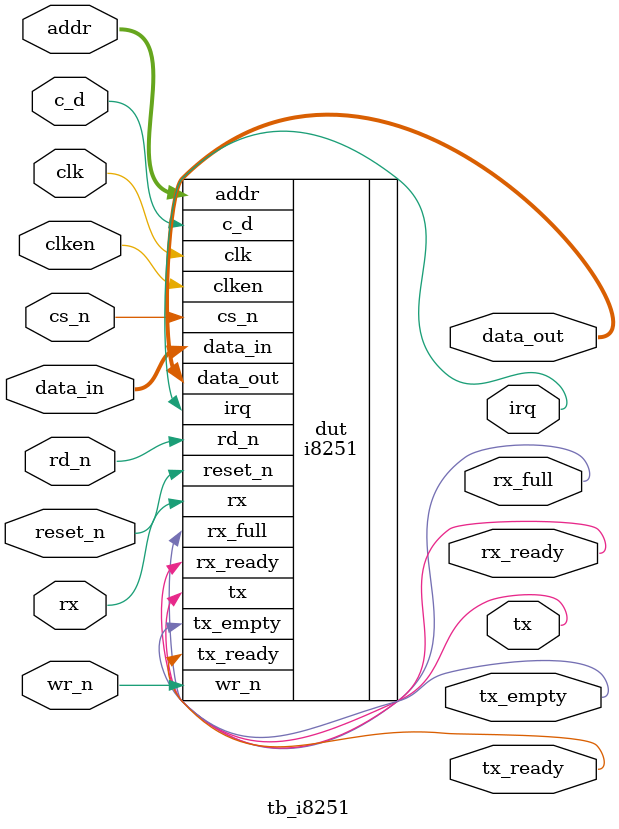
<source format=sv>
module tb_i8251 (
    input  logic        clk,
    input  logic        clken,
    input  logic        reset_n,
    
    input  logic [1:0]  addr,
    input  logic [7:0]  data_in,
    output logic [7:0]  data_out,
    input  logic        cs_n,
    input  logic        rd_n,
    input  logic        wr_n,
    input  logic        c_d,
    
    input  logic        rx,
    output logic        tx,
    
    output logic        tx_ready,
    output logic        rx_ready,
    output logic        tx_empty,
    output logic        rx_full,
    
    output logic        irq
);

    i8251 dut (
        .clk(clk),
        .clken(clken),
        .reset_n(reset_n),
        .addr(addr),
        .data_in(data_in),
        .data_out(data_out),
        .cs_n(cs_n),
        .rd_n(rd_n),
        .wr_n(wr_n),
        .c_d(c_d),
        .rx(rx),
        .tx(tx),
        .tx_ready(tx_ready),
        .rx_ready(rx_ready),
        .tx_empty(tx_empty),
        .rx_full(rx_full),
        .irq(irq)
    );

endmodule

</source>
